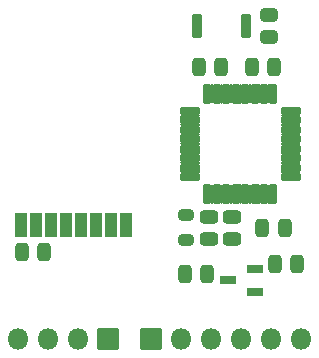
<source format=gbr>
G04 #@! TF.GenerationSoftware,KiCad,Pcbnew,(6.0.11)*
G04 #@! TF.CreationDate,2023-02-14T01:06:37+01:00*
G04 #@! TF.ProjectId,atmega328p-au--e01c-ml01s--bme280--cr2032,61746d65-6761-4333-9238-702d61752d2d,rev?*
G04 #@! TF.SameCoordinates,Original*
G04 #@! TF.FileFunction,Soldermask,Top*
G04 #@! TF.FilePolarity,Negative*
%FSLAX46Y46*%
G04 Gerber Fmt 4.6, Leading zero omitted, Abs format (unit mm)*
G04 Created by KiCad (PCBNEW (6.0.11)) date 2023-02-14 01:06:37*
%MOMM*%
%LPD*%
G01*
G04 APERTURE LIST*
G04 Aperture macros list*
%AMRoundRect*
0 Rectangle with rounded corners*
0 $1 Rounding radius*
0 $2 $3 $4 $5 $6 $7 $8 $9 X,Y pos of 4 corners*
0 Add a 4 corners polygon primitive as box body*
4,1,4,$2,$3,$4,$5,$6,$7,$8,$9,$2,$3,0*
0 Add four circle primitives for the rounded corners*
1,1,$1+$1,$2,$3*
1,1,$1+$1,$4,$5*
1,1,$1+$1,$6,$7*
1,1,$1+$1,$8,$9*
0 Add four rect primitives between the rounded corners*
20,1,$1+$1,$2,$3,$4,$5,0*
20,1,$1+$1,$4,$5,$6,$7,0*
20,1,$1+$1,$6,$7,$8,$9,0*
20,1,$1+$1,$8,$9,$2,$3,0*%
G04 Aperture macros list end*
%ADD10RoundRect,0.301000X-0.250000X-0.475000X0.250000X-0.475000X0.250000X0.475000X-0.250000X0.475000X0*%
%ADD11RoundRect,0.301000X0.250000X0.475000X-0.250000X0.475000X-0.250000X-0.475000X0.250000X-0.475000X0*%
%ADD12RoundRect,0.201000X0.512500X0.150000X-0.512500X0.150000X-0.512500X-0.150000X0.512500X-0.150000X0*%
%ADD13RoundRect,0.269750X0.381250X-0.218750X0.381250X0.218750X-0.381250X0.218750X-0.381250X-0.218750X0*%
%ADD14RoundRect,0.301000X-0.475000X0.250000X-0.475000X-0.250000X0.475000X-0.250000X0.475000X0.250000X0*%
%ADD15RoundRect,0.051000X0.450000X1.000000X-0.450000X1.000000X-0.450000X-1.000000X0.450000X-1.000000X0*%
%ADD16RoundRect,0.051000X-0.850000X0.850000X-0.850000X-0.850000X0.850000X-0.850000X0.850000X0.850000X0*%
%ADD17O,1.802000X1.802000*%
%ADD18RoundRect,0.251000X0.200000X0.800000X-0.200000X0.800000X-0.200000X-0.800000X0.200000X-0.800000X0*%
%ADD19RoundRect,0.051000X0.850000X-0.850000X0.850000X0.850000X-0.850000X0.850000X-0.850000X-0.850000X0*%
%ADD20RoundRect,0.051000X-0.275000X0.800000X-0.275000X-0.800000X0.275000X-0.800000X0.275000X0.800000X0*%
%ADD21RoundRect,0.051000X-0.800000X-0.275000X0.800000X-0.275000X0.800000X0.275000X-0.800000X0.275000X0*%
%ADD22RoundRect,0.301000X0.450000X-0.262500X0.450000X0.262500X-0.450000X0.262500X-0.450000X-0.262500X0*%
G04 APERTURE END LIST*
D10*
X111023000Y-85095000D03*
X112923000Y-85095000D03*
D11*
X120523000Y-84295000D03*
X118623000Y-84295000D03*
D12*
X116923000Y-86595000D03*
X116923000Y-84695000D03*
X114648000Y-85645000D03*
D13*
X111123000Y-80132500D03*
X111123000Y-82257500D03*
D14*
X113023000Y-82145000D03*
X113023000Y-80245000D03*
X115023000Y-82145000D03*
X115023000Y-80245000D03*
D11*
X114073000Y-67595000D03*
X112173000Y-67595000D03*
D15*
X106063000Y-80995000D03*
X104793000Y-80995000D03*
X103523000Y-80995000D03*
X102253000Y-80995000D03*
X100983000Y-80995000D03*
X99713000Y-80995000D03*
X98443000Y-80995000D03*
X97173000Y-80995000D03*
D16*
X104523000Y-90595000D03*
D17*
X101983000Y-90595000D03*
X99443000Y-90595000D03*
X96903000Y-90595000D03*
D10*
X119473000Y-81195000D03*
X117573000Y-81195000D03*
D11*
X97217214Y-83215336D03*
X99117214Y-83215336D03*
D18*
X116223000Y-64095000D03*
X112023000Y-64095000D03*
D17*
X120865733Y-90595000D03*
X118325733Y-90595000D03*
X115785733Y-90595000D03*
X113245733Y-90595000D03*
X110705733Y-90595000D03*
D19*
X108165733Y-90595000D03*
D10*
X116673000Y-67595000D03*
X118573000Y-67595000D03*
D20*
X118512733Y-69845000D03*
X117712733Y-69845000D03*
X116912733Y-69845000D03*
X116112733Y-69845000D03*
X115312733Y-69845000D03*
X114512733Y-69845000D03*
X113712733Y-69845000D03*
X112912733Y-69845000D03*
D21*
X111462733Y-71295000D03*
X111462733Y-72095000D03*
X111462733Y-72895000D03*
X111462733Y-73695000D03*
X111462733Y-74495000D03*
X111462733Y-75295000D03*
X111462733Y-76095000D03*
X111462733Y-76895000D03*
D20*
X112912733Y-78345000D03*
X113712733Y-78345000D03*
X114512733Y-78345000D03*
X115312733Y-78345000D03*
X116112733Y-78345000D03*
X116912733Y-78345000D03*
X117712733Y-78345000D03*
X118512733Y-78345000D03*
D21*
X119962733Y-76895000D03*
X119962733Y-76095000D03*
X119962733Y-75295000D03*
X119962733Y-74495000D03*
X119962733Y-73695000D03*
X119962733Y-72895000D03*
X119962733Y-72095000D03*
X119962733Y-71295000D03*
D22*
X118123000Y-65007500D03*
X118123000Y-63182500D03*
G36*
X114828393Y-77512493D02*
G01*
X114842185Y-77521709D01*
X114843348Y-77519969D01*
X114845142Y-77519084D01*
X114846293Y-77519545D01*
X114863685Y-77534078D01*
X114932403Y-77542704D01*
X114980021Y-77519918D01*
X114982015Y-77520072D01*
X114982547Y-77520611D01*
X114983281Y-77521709D01*
X114997073Y-77512493D01*
X114999069Y-77512362D01*
X115000180Y-77514025D01*
X114999847Y-77515267D01*
X114992500Y-77526262D01*
X114988733Y-77545199D01*
X114988733Y-79144801D01*
X114992500Y-79163738D01*
X114999847Y-79174733D01*
X114999978Y-79176729D01*
X114998315Y-79177840D01*
X114997073Y-79177507D01*
X114983281Y-79168291D01*
X114982118Y-79170031D01*
X114980324Y-79170916D01*
X114979173Y-79170455D01*
X114961781Y-79155922D01*
X114893063Y-79147296D01*
X114845445Y-79170082D01*
X114843451Y-79169928D01*
X114842919Y-79169389D01*
X114842185Y-79168291D01*
X114828393Y-79177507D01*
X114826397Y-79177638D01*
X114825286Y-79175975D01*
X114825619Y-79174733D01*
X114832966Y-79163738D01*
X114836733Y-79144801D01*
X114836733Y-77545199D01*
X114832966Y-77526262D01*
X114825619Y-77515267D01*
X114825488Y-77513271D01*
X114827151Y-77512160D01*
X114828393Y-77512493D01*
G37*
G36*
X117228393Y-77512493D02*
G01*
X117242185Y-77521709D01*
X117243348Y-77519969D01*
X117245142Y-77519084D01*
X117246293Y-77519545D01*
X117263685Y-77534078D01*
X117332403Y-77542704D01*
X117380021Y-77519918D01*
X117382015Y-77520072D01*
X117382547Y-77520611D01*
X117383281Y-77521709D01*
X117397073Y-77512493D01*
X117399069Y-77512362D01*
X117400180Y-77514025D01*
X117399847Y-77515267D01*
X117392500Y-77526262D01*
X117388733Y-77545199D01*
X117388733Y-79144801D01*
X117392500Y-79163738D01*
X117399847Y-79174733D01*
X117399978Y-79176729D01*
X117398315Y-79177840D01*
X117397073Y-79177507D01*
X117383281Y-79168291D01*
X117382118Y-79170031D01*
X117380324Y-79170916D01*
X117379173Y-79170455D01*
X117361781Y-79155922D01*
X117293063Y-79147296D01*
X117245445Y-79170082D01*
X117243451Y-79169928D01*
X117242919Y-79169389D01*
X117242185Y-79168291D01*
X117228393Y-79177507D01*
X117226397Y-79177638D01*
X117225286Y-79175975D01*
X117225619Y-79174733D01*
X117232966Y-79163738D01*
X117236733Y-79144801D01*
X117236733Y-77545199D01*
X117232966Y-77526262D01*
X117225619Y-77515267D01*
X117225488Y-77513271D01*
X117227151Y-77512160D01*
X117228393Y-77512493D01*
G37*
G36*
X114028393Y-77512493D02*
G01*
X114042185Y-77521709D01*
X114043348Y-77519969D01*
X114045142Y-77519084D01*
X114046293Y-77519545D01*
X114063685Y-77534078D01*
X114132403Y-77542704D01*
X114180021Y-77519918D01*
X114182015Y-77520072D01*
X114182547Y-77520611D01*
X114183281Y-77521709D01*
X114197073Y-77512493D01*
X114199069Y-77512362D01*
X114200180Y-77514025D01*
X114199847Y-77515267D01*
X114192500Y-77526262D01*
X114188733Y-77545199D01*
X114188733Y-79144801D01*
X114192500Y-79163738D01*
X114199847Y-79174733D01*
X114199978Y-79176729D01*
X114198315Y-79177840D01*
X114197073Y-79177507D01*
X114183281Y-79168291D01*
X114182118Y-79170031D01*
X114180324Y-79170916D01*
X114179173Y-79170455D01*
X114161781Y-79155922D01*
X114093063Y-79147296D01*
X114045445Y-79170082D01*
X114043451Y-79169928D01*
X114042919Y-79169389D01*
X114042185Y-79168291D01*
X114028393Y-79177507D01*
X114026397Y-79177638D01*
X114025286Y-79175975D01*
X114025619Y-79174733D01*
X114032966Y-79163738D01*
X114036733Y-79144801D01*
X114036733Y-77545199D01*
X114032966Y-77526262D01*
X114025619Y-77515267D01*
X114025488Y-77513271D01*
X114027151Y-77512160D01*
X114028393Y-77512493D01*
G37*
G36*
X116428393Y-77512493D02*
G01*
X116442185Y-77521709D01*
X116443348Y-77519969D01*
X116445142Y-77519084D01*
X116446293Y-77519545D01*
X116463685Y-77534078D01*
X116532403Y-77542704D01*
X116580021Y-77519918D01*
X116582015Y-77520072D01*
X116582547Y-77520611D01*
X116583281Y-77521709D01*
X116597073Y-77512493D01*
X116599069Y-77512362D01*
X116600180Y-77514025D01*
X116599847Y-77515267D01*
X116592500Y-77526262D01*
X116588733Y-77545199D01*
X116588733Y-79144801D01*
X116592500Y-79163738D01*
X116599847Y-79174733D01*
X116599978Y-79176729D01*
X116598315Y-79177840D01*
X116597073Y-79177507D01*
X116583281Y-79168291D01*
X116582118Y-79170031D01*
X116580324Y-79170916D01*
X116579173Y-79170455D01*
X116561781Y-79155922D01*
X116493063Y-79147296D01*
X116445445Y-79170082D01*
X116443451Y-79169928D01*
X116442919Y-79169389D01*
X116442185Y-79168291D01*
X116428393Y-79177507D01*
X116426397Y-79177638D01*
X116425286Y-79175975D01*
X116425619Y-79174733D01*
X116432966Y-79163738D01*
X116436733Y-79144801D01*
X116436733Y-77545199D01*
X116432966Y-77526262D01*
X116425619Y-77515267D01*
X116425488Y-77513271D01*
X116427151Y-77512160D01*
X116428393Y-77512493D01*
G37*
G36*
X118028393Y-77512493D02*
G01*
X118042185Y-77521709D01*
X118043348Y-77519969D01*
X118045142Y-77519084D01*
X118046293Y-77519545D01*
X118063685Y-77534078D01*
X118132403Y-77542704D01*
X118180021Y-77519918D01*
X118182015Y-77520072D01*
X118182547Y-77520611D01*
X118183281Y-77521709D01*
X118197073Y-77512493D01*
X118199069Y-77512362D01*
X118200180Y-77514025D01*
X118199847Y-77515267D01*
X118192500Y-77526262D01*
X118188733Y-77545199D01*
X118188733Y-79144801D01*
X118192500Y-79163738D01*
X118199847Y-79174733D01*
X118199978Y-79176729D01*
X118198315Y-79177840D01*
X118197073Y-79177507D01*
X118183281Y-79168291D01*
X118182118Y-79170031D01*
X118180324Y-79170916D01*
X118179173Y-79170455D01*
X118161781Y-79155922D01*
X118093063Y-79147296D01*
X118045445Y-79170082D01*
X118043451Y-79169928D01*
X118042919Y-79169389D01*
X118042185Y-79168291D01*
X118028393Y-79177507D01*
X118026397Y-79177638D01*
X118025286Y-79175975D01*
X118025619Y-79174733D01*
X118032966Y-79163738D01*
X118036733Y-79144801D01*
X118036733Y-77545199D01*
X118032966Y-77526262D01*
X118025619Y-77515267D01*
X118025488Y-77513271D01*
X118027151Y-77512160D01*
X118028393Y-77512493D01*
G37*
G36*
X115628393Y-77512493D02*
G01*
X115642185Y-77521709D01*
X115643348Y-77519969D01*
X115645142Y-77519084D01*
X115646293Y-77519545D01*
X115663685Y-77534078D01*
X115732403Y-77542704D01*
X115780021Y-77519918D01*
X115782015Y-77520072D01*
X115782547Y-77520611D01*
X115783281Y-77521709D01*
X115797073Y-77512493D01*
X115799069Y-77512362D01*
X115800180Y-77514025D01*
X115799847Y-77515267D01*
X115792500Y-77526262D01*
X115788733Y-77545199D01*
X115788733Y-79144801D01*
X115792500Y-79163738D01*
X115799847Y-79174733D01*
X115799978Y-79176729D01*
X115798315Y-79177840D01*
X115797073Y-79177507D01*
X115783281Y-79168291D01*
X115782118Y-79170031D01*
X115780324Y-79170916D01*
X115779173Y-79170455D01*
X115761781Y-79155922D01*
X115693063Y-79147296D01*
X115645445Y-79170082D01*
X115643451Y-79169928D01*
X115642919Y-79169389D01*
X115642185Y-79168291D01*
X115628393Y-79177507D01*
X115626397Y-79177638D01*
X115625286Y-79175975D01*
X115625619Y-79174733D01*
X115632966Y-79163738D01*
X115636733Y-79144801D01*
X115636733Y-77545199D01*
X115632966Y-77526262D01*
X115625619Y-77515267D01*
X115625488Y-77513271D01*
X115627151Y-77512160D01*
X115628393Y-77512493D01*
G37*
G36*
X113228393Y-77512493D02*
G01*
X113242185Y-77521709D01*
X113243348Y-77519969D01*
X113245142Y-77519084D01*
X113246293Y-77519545D01*
X113263685Y-77534078D01*
X113332403Y-77542704D01*
X113380021Y-77519918D01*
X113382015Y-77520072D01*
X113382547Y-77520611D01*
X113383281Y-77521709D01*
X113397073Y-77512493D01*
X113399069Y-77512362D01*
X113400180Y-77514025D01*
X113399847Y-77515267D01*
X113392500Y-77526262D01*
X113388733Y-77545199D01*
X113388733Y-79144801D01*
X113392500Y-79163738D01*
X113399847Y-79174733D01*
X113399978Y-79176729D01*
X113398315Y-79177840D01*
X113397073Y-79177507D01*
X113383281Y-79168291D01*
X113382118Y-79170031D01*
X113380324Y-79170916D01*
X113379173Y-79170455D01*
X113361781Y-79155922D01*
X113293063Y-79147296D01*
X113245445Y-79170082D01*
X113243451Y-79169928D01*
X113242919Y-79169389D01*
X113242185Y-79168291D01*
X113228393Y-79177507D01*
X113226397Y-79177638D01*
X113225286Y-79175975D01*
X113225619Y-79174733D01*
X113232966Y-79163738D01*
X113236733Y-79144801D01*
X113236733Y-77545199D01*
X113232966Y-77526262D01*
X113225619Y-77515267D01*
X113225488Y-77513271D01*
X113227151Y-77512160D01*
X113228393Y-77512493D01*
G37*
G36*
X119133000Y-76407886D02*
G01*
X119143995Y-76415233D01*
X119162932Y-76419000D01*
X120762534Y-76419000D01*
X120781471Y-76415233D01*
X120792466Y-76407886D01*
X120794462Y-76407755D01*
X120795573Y-76409418D01*
X120795240Y-76410660D01*
X120786024Y-76424452D01*
X120787764Y-76425615D01*
X120788649Y-76427409D01*
X120788188Y-76428560D01*
X120773655Y-76445952D01*
X120765029Y-76514670D01*
X120787815Y-76562288D01*
X120787661Y-76564282D01*
X120787122Y-76564814D01*
X120786024Y-76565548D01*
X120795240Y-76579340D01*
X120795371Y-76581336D01*
X120793708Y-76582447D01*
X120792466Y-76582114D01*
X120781471Y-76574767D01*
X120762534Y-76571000D01*
X119162932Y-76571000D01*
X119143995Y-76574767D01*
X119133000Y-76582114D01*
X119131004Y-76582245D01*
X119129893Y-76580582D01*
X119130226Y-76579340D01*
X119139442Y-76565548D01*
X119137702Y-76564385D01*
X119136817Y-76562591D01*
X119137278Y-76561440D01*
X119151811Y-76544048D01*
X119160437Y-76475330D01*
X119137651Y-76427712D01*
X119137805Y-76425718D01*
X119138344Y-76425186D01*
X119139442Y-76424452D01*
X119130226Y-76410660D01*
X119130095Y-76408664D01*
X119131758Y-76407553D01*
X119133000Y-76407886D01*
G37*
G36*
X110633000Y-76407886D02*
G01*
X110643995Y-76415233D01*
X110662932Y-76419000D01*
X112262534Y-76419000D01*
X112281471Y-76415233D01*
X112292466Y-76407886D01*
X112294462Y-76407755D01*
X112295573Y-76409418D01*
X112295240Y-76410660D01*
X112286024Y-76424452D01*
X112287764Y-76425615D01*
X112288649Y-76427409D01*
X112288188Y-76428560D01*
X112273655Y-76445952D01*
X112265029Y-76514670D01*
X112287815Y-76562288D01*
X112287661Y-76564282D01*
X112287122Y-76564814D01*
X112286024Y-76565548D01*
X112295240Y-76579340D01*
X112295371Y-76581336D01*
X112293708Y-76582447D01*
X112292466Y-76582114D01*
X112281471Y-76574767D01*
X112262534Y-76571000D01*
X110662932Y-76571000D01*
X110643995Y-76574767D01*
X110633000Y-76582114D01*
X110631004Y-76582245D01*
X110629893Y-76580582D01*
X110630226Y-76579340D01*
X110639442Y-76565548D01*
X110637702Y-76564385D01*
X110636817Y-76562591D01*
X110637278Y-76561440D01*
X110651811Y-76544048D01*
X110660437Y-76475330D01*
X110637651Y-76427712D01*
X110637805Y-76425718D01*
X110638344Y-76425186D01*
X110639442Y-76424452D01*
X110630226Y-76410660D01*
X110630095Y-76408664D01*
X110631758Y-76407553D01*
X110633000Y-76407886D01*
G37*
G36*
X119133000Y-75607886D02*
G01*
X119143995Y-75615233D01*
X119162932Y-75619000D01*
X120762534Y-75619000D01*
X120781471Y-75615233D01*
X120792466Y-75607886D01*
X120794462Y-75607755D01*
X120795573Y-75609418D01*
X120795240Y-75610660D01*
X120786024Y-75624452D01*
X120787764Y-75625615D01*
X120788649Y-75627409D01*
X120788188Y-75628560D01*
X120773655Y-75645952D01*
X120765029Y-75714670D01*
X120787815Y-75762288D01*
X120787661Y-75764282D01*
X120787122Y-75764814D01*
X120786024Y-75765548D01*
X120795240Y-75779340D01*
X120795371Y-75781336D01*
X120793708Y-75782447D01*
X120792466Y-75782114D01*
X120781471Y-75774767D01*
X120762534Y-75771000D01*
X119162932Y-75771000D01*
X119143995Y-75774767D01*
X119133000Y-75782114D01*
X119131004Y-75782245D01*
X119129893Y-75780582D01*
X119130226Y-75779340D01*
X119139442Y-75765548D01*
X119137702Y-75764385D01*
X119136817Y-75762591D01*
X119137278Y-75761440D01*
X119151811Y-75744048D01*
X119160437Y-75675330D01*
X119137651Y-75627712D01*
X119137805Y-75625718D01*
X119138344Y-75625186D01*
X119139442Y-75624452D01*
X119130226Y-75610660D01*
X119130095Y-75608664D01*
X119131758Y-75607553D01*
X119133000Y-75607886D01*
G37*
G36*
X110633000Y-75607886D02*
G01*
X110643995Y-75615233D01*
X110662932Y-75619000D01*
X112262534Y-75619000D01*
X112281471Y-75615233D01*
X112292466Y-75607886D01*
X112294462Y-75607755D01*
X112295573Y-75609418D01*
X112295240Y-75610660D01*
X112286024Y-75624452D01*
X112287764Y-75625615D01*
X112288649Y-75627409D01*
X112288188Y-75628560D01*
X112273655Y-75645952D01*
X112265029Y-75714670D01*
X112287815Y-75762288D01*
X112287661Y-75764282D01*
X112287122Y-75764814D01*
X112286024Y-75765548D01*
X112295240Y-75779340D01*
X112295371Y-75781336D01*
X112293708Y-75782447D01*
X112292466Y-75782114D01*
X112281471Y-75774767D01*
X112262534Y-75771000D01*
X110662932Y-75771000D01*
X110643995Y-75774767D01*
X110633000Y-75782114D01*
X110631004Y-75782245D01*
X110629893Y-75780582D01*
X110630226Y-75779340D01*
X110639442Y-75765548D01*
X110637702Y-75764385D01*
X110636817Y-75762591D01*
X110637278Y-75761440D01*
X110651811Y-75744048D01*
X110660437Y-75675330D01*
X110637651Y-75627712D01*
X110637805Y-75625718D01*
X110638344Y-75625186D01*
X110639442Y-75624452D01*
X110630226Y-75610660D01*
X110630095Y-75608664D01*
X110631758Y-75607553D01*
X110633000Y-75607886D01*
G37*
G36*
X119133000Y-74807886D02*
G01*
X119143995Y-74815233D01*
X119162932Y-74819000D01*
X120762534Y-74819000D01*
X120781471Y-74815233D01*
X120792466Y-74807886D01*
X120794462Y-74807755D01*
X120795573Y-74809418D01*
X120795240Y-74810660D01*
X120786024Y-74824452D01*
X120787764Y-74825615D01*
X120788649Y-74827409D01*
X120788188Y-74828560D01*
X120773655Y-74845952D01*
X120765029Y-74914670D01*
X120787815Y-74962288D01*
X120787661Y-74964282D01*
X120787122Y-74964814D01*
X120786024Y-74965548D01*
X120795240Y-74979340D01*
X120795371Y-74981336D01*
X120793708Y-74982447D01*
X120792466Y-74982114D01*
X120781471Y-74974767D01*
X120762534Y-74971000D01*
X119162932Y-74971000D01*
X119143995Y-74974767D01*
X119133000Y-74982114D01*
X119131004Y-74982245D01*
X119129893Y-74980582D01*
X119130226Y-74979340D01*
X119139442Y-74965548D01*
X119137702Y-74964385D01*
X119136817Y-74962591D01*
X119137278Y-74961440D01*
X119151811Y-74944048D01*
X119160437Y-74875330D01*
X119137651Y-74827712D01*
X119137805Y-74825718D01*
X119138344Y-74825186D01*
X119139442Y-74824452D01*
X119130226Y-74810660D01*
X119130095Y-74808664D01*
X119131758Y-74807553D01*
X119133000Y-74807886D01*
G37*
G36*
X110633000Y-74807886D02*
G01*
X110643995Y-74815233D01*
X110662932Y-74819000D01*
X112262534Y-74819000D01*
X112281471Y-74815233D01*
X112292466Y-74807886D01*
X112294462Y-74807755D01*
X112295573Y-74809418D01*
X112295240Y-74810660D01*
X112286024Y-74824452D01*
X112287764Y-74825615D01*
X112288649Y-74827409D01*
X112288188Y-74828560D01*
X112273655Y-74845952D01*
X112265029Y-74914670D01*
X112287815Y-74962288D01*
X112287661Y-74964282D01*
X112287122Y-74964814D01*
X112286024Y-74965548D01*
X112295240Y-74979340D01*
X112295371Y-74981336D01*
X112293708Y-74982447D01*
X112292466Y-74982114D01*
X112281471Y-74974767D01*
X112262534Y-74971000D01*
X110662932Y-74971000D01*
X110643995Y-74974767D01*
X110633000Y-74982114D01*
X110631004Y-74982245D01*
X110629893Y-74980582D01*
X110630226Y-74979340D01*
X110639442Y-74965548D01*
X110637702Y-74964385D01*
X110636817Y-74962591D01*
X110637278Y-74961440D01*
X110651811Y-74944048D01*
X110660437Y-74875330D01*
X110637651Y-74827712D01*
X110637805Y-74825718D01*
X110638344Y-74825186D01*
X110639442Y-74824452D01*
X110630226Y-74810660D01*
X110630095Y-74808664D01*
X110631758Y-74807553D01*
X110633000Y-74807886D01*
G37*
G36*
X110633000Y-74007886D02*
G01*
X110643995Y-74015233D01*
X110662932Y-74019000D01*
X112262534Y-74019000D01*
X112281471Y-74015233D01*
X112292466Y-74007886D01*
X112294462Y-74007755D01*
X112295573Y-74009418D01*
X112295240Y-74010660D01*
X112286024Y-74024452D01*
X112287764Y-74025615D01*
X112288649Y-74027409D01*
X112288188Y-74028560D01*
X112273655Y-74045952D01*
X112265029Y-74114670D01*
X112287815Y-74162288D01*
X112287661Y-74164282D01*
X112287122Y-74164814D01*
X112286024Y-74165548D01*
X112295240Y-74179340D01*
X112295371Y-74181336D01*
X112293708Y-74182447D01*
X112292466Y-74182114D01*
X112281471Y-74174767D01*
X112262534Y-74171000D01*
X110662932Y-74171000D01*
X110643995Y-74174767D01*
X110633000Y-74182114D01*
X110631004Y-74182245D01*
X110629893Y-74180582D01*
X110630226Y-74179340D01*
X110639442Y-74165548D01*
X110637702Y-74164385D01*
X110636817Y-74162591D01*
X110637278Y-74161440D01*
X110651811Y-74144048D01*
X110660437Y-74075330D01*
X110637651Y-74027712D01*
X110637805Y-74025718D01*
X110638344Y-74025186D01*
X110639442Y-74024452D01*
X110630226Y-74010660D01*
X110630095Y-74008664D01*
X110631758Y-74007553D01*
X110633000Y-74007886D01*
G37*
G36*
X119133000Y-74007886D02*
G01*
X119143995Y-74015233D01*
X119162932Y-74019000D01*
X120762534Y-74019000D01*
X120781471Y-74015233D01*
X120792466Y-74007886D01*
X120794462Y-74007755D01*
X120795573Y-74009418D01*
X120795240Y-74010660D01*
X120786024Y-74024452D01*
X120787764Y-74025615D01*
X120788649Y-74027409D01*
X120788188Y-74028560D01*
X120773655Y-74045952D01*
X120765029Y-74114670D01*
X120787815Y-74162288D01*
X120787661Y-74164282D01*
X120787122Y-74164814D01*
X120786024Y-74165548D01*
X120795240Y-74179340D01*
X120795371Y-74181336D01*
X120793708Y-74182447D01*
X120792466Y-74182114D01*
X120781471Y-74174767D01*
X120762534Y-74171000D01*
X119162932Y-74171000D01*
X119143995Y-74174767D01*
X119133000Y-74182114D01*
X119131004Y-74182245D01*
X119129893Y-74180582D01*
X119130226Y-74179340D01*
X119139442Y-74165548D01*
X119137702Y-74164385D01*
X119136817Y-74162591D01*
X119137278Y-74161440D01*
X119151811Y-74144048D01*
X119160437Y-74075330D01*
X119137651Y-74027712D01*
X119137805Y-74025718D01*
X119138344Y-74025186D01*
X119139442Y-74024452D01*
X119130226Y-74010660D01*
X119130095Y-74008664D01*
X119131758Y-74007553D01*
X119133000Y-74007886D01*
G37*
G36*
X119133000Y-73207886D02*
G01*
X119143995Y-73215233D01*
X119162932Y-73219000D01*
X120762534Y-73219000D01*
X120781471Y-73215233D01*
X120792466Y-73207886D01*
X120794462Y-73207755D01*
X120795573Y-73209418D01*
X120795240Y-73210660D01*
X120786024Y-73224452D01*
X120787764Y-73225615D01*
X120788649Y-73227409D01*
X120788188Y-73228560D01*
X120773655Y-73245952D01*
X120765029Y-73314670D01*
X120787815Y-73362288D01*
X120787661Y-73364282D01*
X120787122Y-73364814D01*
X120786024Y-73365548D01*
X120795240Y-73379340D01*
X120795371Y-73381336D01*
X120793708Y-73382447D01*
X120792466Y-73382114D01*
X120781471Y-73374767D01*
X120762534Y-73371000D01*
X119162932Y-73371000D01*
X119143995Y-73374767D01*
X119133000Y-73382114D01*
X119131004Y-73382245D01*
X119129893Y-73380582D01*
X119130226Y-73379340D01*
X119139442Y-73365548D01*
X119137702Y-73364385D01*
X119136817Y-73362591D01*
X119137278Y-73361440D01*
X119151811Y-73344048D01*
X119160437Y-73275330D01*
X119137651Y-73227712D01*
X119137805Y-73225718D01*
X119138344Y-73225186D01*
X119139442Y-73224452D01*
X119130226Y-73210660D01*
X119130095Y-73208664D01*
X119131758Y-73207553D01*
X119133000Y-73207886D01*
G37*
G36*
X110633000Y-73207886D02*
G01*
X110643995Y-73215233D01*
X110662932Y-73219000D01*
X112262534Y-73219000D01*
X112281471Y-73215233D01*
X112292466Y-73207886D01*
X112294462Y-73207755D01*
X112295573Y-73209418D01*
X112295240Y-73210660D01*
X112286024Y-73224452D01*
X112287764Y-73225615D01*
X112288649Y-73227409D01*
X112288188Y-73228560D01*
X112273655Y-73245952D01*
X112265029Y-73314670D01*
X112287815Y-73362288D01*
X112287661Y-73364282D01*
X112287122Y-73364814D01*
X112286024Y-73365548D01*
X112295240Y-73379340D01*
X112295371Y-73381336D01*
X112293708Y-73382447D01*
X112292466Y-73382114D01*
X112281471Y-73374767D01*
X112262534Y-73371000D01*
X110662932Y-73371000D01*
X110643995Y-73374767D01*
X110633000Y-73382114D01*
X110631004Y-73382245D01*
X110629893Y-73380582D01*
X110630226Y-73379340D01*
X110639442Y-73365548D01*
X110637702Y-73364385D01*
X110636817Y-73362591D01*
X110637278Y-73361440D01*
X110651811Y-73344048D01*
X110660437Y-73275330D01*
X110637651Y-73227712D01*
X110637805Y-73225718D01*
X110638344Y-73225186D01*
X110639442Y-73224452D01*
X110630226Y-73210660D01*
X110630095Y-73208664D01*
X110631758Y-73207553D01*
X110633000Y-73207886D01*
G37*
G36*
X119133000Y-72407886D02*
G01*
X119143995Y-72415233D01*
X119162932Y-72419000D01*
X120762534Y-72419000D01*
X120781471Y-72415233D01*
X120792466Y-72407886D01*
X120794462Y-72407755D01*
X120795573Y-72409418D01*
X120795240Y-72410660D01*
X120786024Y-72424452D01*
X120787764Y-72425615D01*
X120788649Y-72427409D01*
X120788188Y-72428560D01*
X120773655Y-72445952D01*
X120765029Y-72514670D01*
X120787815Y-72562288D01*
X120787661Y-72564282D01*
X120787122Y-72564814D01*
X120786024Y-72565548D01*
X120795240Y-72579340D01*
X120795371Y-72581336D01*
X120793708Y-72582447D01*
X120792466Y-72582114D01*
X120781471Y-72574767D01*
X120762534Y-72571000D01*
X119162932Y-72571000D01*
X119143995Y-72574767D01*
X119133000Y-72582114D01*
X119131004Y-72582245D01*
X119129893Y-72580582D01*
X119130226Y-72579340D01*
X119139442Y-72565548D01*
X119137702Y-72564385D01*
X119136817Y-72562591D01*
X119137278Y-72561440D01*
X119151811Y-72544048D01*
X119160437Y-72475330D01*
X119137651Y-72427712D01*
X119137805Y-72425718D01*
X119138344Y-72425186D01*
X119139442Y-72424452D01*
X119130226Y-72410660D01*
X119130095Y-72408664D01*
X119131758Y-72407553D01*
X119133000Y-72407886D01*
G37*
G36*
X110633000Y-72407886D02*
G01*
X110643995Y-72415233D01*
X110662932Y-72419000D01*
X112262534Y-72419000D01*
X112281471Y-72415233D01*
X112292466Y-72407886D01*
X112294462Y-72407755D01*
X112295573Y-72409418D01*
X112295240Y-72410660D01*
X112286024Y-72424452D01*
X112287764Y-72425615D01*
X112288649Y-72427409D01*
X112288188Y-72428560D01*
X112273655Y-72445952D01*
X112265029Y-72514670D01*
X112287815Y-72562288D01*
X112287661Y-72564282D01*
X112287122Y-72564814D01*
X112286024Y-72565548D01*
X112295240Y-72579340D01*
X112295371Y-72581336D01*
X112293708Y-72582447D01*
X112292466Y-72582114D01*
X112281471Y-72574767D01*
X112262534Y-72571000D01*
X110662932Y-72571000D01*
X110643995Y-72574767D01*
X110633000Y-72582114D01*
X110631004Y-72582245D01*
X110629893Y-72580582D01*
X110630226Y-72579340D01*
X110639442Y-72565548D01*
X110637702Y-72564385D01*
X110636817Y-72562591D01*
X110637278Y-72561440D01*
X110651811Y-72544048D01*
X110660437Y-72475330D01*
X110637651Y-72427712D01*
X110637805Y-72425718D01*
X110638344Y-72425186D01*
X110639442Y-72424452D01*
X110630226Y-72410660D01*
X110630095Y-72408664D01*
X110631758Y-72407553D01*
X110633000Y-72407886D01*
G37*
G36*
X119133000Y-71607886D02*
G01*
X119143995Y-71615233D01*
X119162932Y-71619000D01*
X120762534Y-71619000D01*
X120781471Y-71615233D01*
X120792466Y-71607886D01*
X120794462Y-71607755D01*
X120795573Y-71609418D01*
X120795240Y-71610660D01*
X120786024Y-71624452D01*
X120787764Y-71625615D01*
X120788649Y-71627409D01*
X120788188Y-71628560D01*
X120773655Y-71645952D01*
X120765029Y-71714670D01*
X120787815Y-71762288D01*
X120787661Y-71764282D01*
X120787122Y-71764814D01*
X120786024Y-71765548D01*
X120795240Y-71779340D01*
X120795371Y-71781336D01*
X120793708Y-71782447D01*
X120792466Y-71782114D01*
X120781471Y-71774767D01*
X120762534Y-71771000D01*
X119162932Y-71771000D01*
X119143995Y-71774767D01*
X119133000Y-71782114D01*
X119131004Y-71782245D01*
X119129893Y-71780582D01*
X119130226Y-71779340D01*
X119139442Y-71765548D01*
X119137702Y-71764385D01*
X119136817Y-71762591D01*
X119137278Y-71761440D01*
X119151811Y-71744048D01*
X119160437Y-71675330D01*
X119137651Y-71627712D01*
X119137805Y-71625718D01*
X119138344Y-71625186D01*
X119139442Y-71624452D01*
X119130226Y-71610660D01*
X119130095Y-71608664D01*
X119131758Y-71607553D01*
X119133000Y-71607886D01*
G37*
G36*
X110633000Y-71607886D02*
G01*
X110643995Y-71615233D01*
X110662932Y-71619000D01*
X112262534Y-71619000D01*
X112281471Y-71615233D01*
X112292466Y-71607886D01*
X112294462Y-71607755D01*
X112295573Y-71609418D01*
X112295240Y-71610660D01*
X112286024Y-71624452D01*
X112287764Y-71625615D01*
X112288649Y-71627409D01*
X112288188Y-71628560D01*
X112273655Y-71645952D01*
X112265029Y-71714670D01*
X112287815Y-71762288D01*
X112287661Y-71764282D01*
X112287122Y-71764814D01*
X112286024Y-71765548D01*
X112295240Y-71779340D01*
X112295371Y-71781336D01*
X112293708Y-71782447D01*
X112292466Y-71782114D01*
X112281471Y-71774767D01*
X112262534Y-71771000D01*
X110662932Y-71771000D01*
X110643995Y-71774767D01*
X110633000Y-71782114D01*
X110631004Y-71782245D01*
X110629893Y-71780582D01*
X110630226Y-71779340D01*
X110639442Y-71765548D01*
X110637702Y-71764385D01*
X110636817Y-71762591D01*
X110637278Y-71761440D01*
X110651811Y-71744048D01*
X110660437Y-71675330D01*
X110637651Y-71627712D01*
X110637805Y-71625718D01*
X110638344Y-71625186D01*
X110639442Y-71624452D01*
X110630226Y-71610660D01*
X110630095Y-71608664D01*
X110631758Y-71607553D01*
X110633000Y-71607886D01*
G37*
G36*
X113228393Y-69012493D02*
G01*
X113242185Y-69021709D01*
X113243348Y-69019969D01*
X113245142Y-69019084D01*
X113246293Y-69019545D01*
X113263685Y-69034078D01*
X113332403Y-69042704D01*
X113380021Y-69019918D01*
X113382015Y-69020072D01*
X113382547Y-69020611D01*
X113383281Y-69021709D01*
X113397073Y-69012493D01*
X113399069Y-69012362D01*
X113400180Y-69014025D01*
X113399847Y-69015267D01*
X113392500Y-69026262D01*
X113388733Y-69045199D01*
X113388733Y-70644801D01*
X113392500Y-70663738D01*
X113399847Y-70674733D01*
X113399978Y-70676729D01*
X113398315Y-70677840D01*
X113397073Y-70677507D01*
X113383281Y-70668291D01*
X113382118Y-70670031D01*
X113380324Y-70670916D01*
X113379173Y-70670455D01*
X113361781Y-70655922D01*
X113293063Y-70647296D01*
X113245445Y-70670082D01*
X113243451Y-70669928D01*
X113242919Y-70669389D01*
X113242185Y-70668291D01*
X113228393Y-70677507D01*
X113226397Y-70677638D01*
X113225286Y-70675975D01*
X113225619Y-70674733D01*
X113232966Y-70663738D01*
X113236733Y-70644801D01*
X113236733Y-69045199D01*
X113232966Y-69026262D01*
X113225619Y-69015267D01*
X113225488Y-69013271D01*
X113227151Y-69012160D01*
X113228393Y-69012493D01*
G37*
G36*
X114828393Y-69012493D02*
G01*
X114842185Y-69021709D01*
X114843348Y-69019969D01*
X114845142Y-69019084D01*
X114846293Y-69019545D01*
X114863685Y-69034078D01*
X114932403Y-69042704D01*
X114980021Y-69019918D01*
X114982015Y-69020072D01*
X114982547Y-69020611D01*
X114983281Y-69021709D01*
X114997073Y-69012493D01*
X114999069Y-69012362D01*
X115000180Y-69014025D01*
X114999847Y-69015267D01*
X114992500Y-69026262D01*
X114988733Y-69045199D01*
X114988733Y-70644801D01*
X114992500Y-70663738D01*
X114999847Y-70674733D01*
X114999978Y-70676729D01*
X114998315Y-70677840D01*
X114997073Y-70677507D01*
X114983281Y-70668291D01*
X114982118Y-70670031D01*
X114980324Y-70670916D01*
X114979173Y-70670455D01*
X114961781Y-70655922D01*
X114893063Y-70647296D01*
X114845445Y-70670082D01*
X114843451Y-70669928D01*
X114842919Y-70669389D01*
X114842185Y-70668291D01*
X114828393Y-70677507D01*
X114826397Y-70677638D01*
X114825286Y-70675975D01*
X114825619Y-70674733D01*
X114832966Y-70663738D01*
X114836733Y-70644801D01*
X114836733Y-69045199D01*
X114832966Y-69026262D01*
X114825619Y-69015267D01*
X114825488Y-69013271D01*
X114827151Y-69012160D01*
X114828393Y-69012493D01*
G37*
G36*
X118028393Y-69012493D02*
G01*
X118042185Y-69021709D01*
X118043348Y-69019969D01*
X118045142Y-69019084D01*
X118046293Y-69019545D01*
X118063685Y-69034078D01*
X118132403Y-69042704D01*
X118180021Y-69019918D01*
X118182015Y-69020072D01*
X118182547Y-69020611D01*
X118183281Y-69021709D01*
X118197073Y-69012493D01*
X118199069Y-69012362D01*
X118200180Y-69014025D01*
X118199847Y-69015267D01*
X118192500Y-69026262D01*
X118188733Y-69045199D01*
X118188733Y-70644801D01*
X118192500Y-70663738D01*
X118199847Y-70674733D01*
X118199978Y-70676729D01*
X118198315Y-70677840D01*
X118197073Y-70677507D01*
X118183281Y-70668291D01*
X118182118Y-70670031D01*
X118180324Y-70670916D01*
X118179173Y-70670455D01*
X118161781Y-70655922D01*
X118093063Y-70647296D01*
X118045445Y-70670082D01*
X118043451Y-70669928D01*
X118042919Y-70669389D01*
X118042185Y-70668291D01*
X118028393Y-70677507D01*
X118026397Y-70677638D01*
X118025286Y-70675975D01*
X118025619Y-70674733D01*
X118032966Y-70663738D01*
X118036733Y-70644801D01*
X118036733Y-69045199D01*
X118032966Y-69026262D01*
X118025619Y-69015267D01*
X118025488Y-69013271D01*
X118027151Y-69012160D01*
X118028393Y-69012493D01*
G37*
G36*
X117228393Y-69012493D02*
G01*
X117242185Y-69021709D01*
X117243348Y-69019969D01*
X117245142Y-69019084D01*
X117246293Y-69019545D01*
X117263685Y-69034078D01*
X117332403Y-69042704D01*
X117380021Y-69019918D01*
X117382015Y-69020072D01*
X117382547Y-69020611D01*
X117383281Y-69021709D01*
X117397073Y-69012493D01*
X117399069Y-69012362D01*
X117400180Y-69014025D01*
X117399847Y-69015267D01*
X117392500Y-69026262D01*
X117388733Y-69045199D01*
X117388733Y-70644801D01*
X117392500Y-70663738D01*
X117399847Y-70674733D01*
X117399978Y-70676729D01*
X117398315Y-70677840D01*
X117397073Y-70677507D01*
X117383281Y-70668291D01*
X117382118Y-70670031D01*
X117380324Y-70670916D01*
X117379173Y-70670455D01*
X117361781Y-70655922D01*
X117293063Y-70647296D01*
X117245445Y-70670082D01*
X117243451Y-70669928D01*
X117242919Y-70669389D01*
X117242185Y-70668291D01*
X117228393Y-70677507D01*
X117226397Y-70677638D01*
X117225286Y-70675975D01*
X117225619Y-70674733D01*
X117232966Y-70663738D01*
X117236733Y-70644801D01*
X117236733Y-69045199D01*
X117232966Y-69026262D01*
X117225619Y-69015267D01*
X117225488Y-69013271D01*
X117227151Y-69012160D01*
X117228393Y-69012493D01*
G37*
G36*
X116428393Y-69012493D02*
G01*
X116442185Y-69021709D01*
X116443348Y-69019969D01*
X116445142Y-69019084D01*
X116446293Y-69019545D01*
X116463685Y-69034078D01*
X116532403Y-69042704D01*
X116580021Y-69019918D01*
X116582015Y-69020072D01*
X116582547Y-69020611D01*
X116583281Y-69021709D01*
X116597073Y-69012493D01*
X116599069Y-69012362D01*
X116600180Y-69014025D01*
X116599847Y-69015267D01*
X116592500Y-69026262D01*
X116588733Y-69045199D01*
X116588733Y-70644801D01*
X116592500Y-70663738D01*
X116599847Y-70674733D01*
X116599978Y-70676729D01*
X116598315Y-70677840D01*
X116597073Y-70677507D01*
X116583281Y-70668291D01*
X116582118Y-70670031D01*
X116580324Y-70670916D01*
X116579173Y-70670455D01*
X116561781Y-70655922D01*
X116493063Y-70647296D01*
X116445445Y-70670082D01*
X116443451Y-70669928D01*
X116442919Y-70669389D01*
X116442185Y-70668291D01*
X116428393Y-70677507D01*
X116426397Y-70677638D01*
X116425286Y-70675975D01*
X116425619Y-70674733D01*
X116432966Y-70663738D01*
X116436733Y-70644801D01*
X116436733Y-69045199D01*
X116432966Y-69026262D01*
X116425619Y-69015267D01*
X116425488Y-69013271D01*
X116427151Y-69012160D01*
X116428393Y-69012493D01*
G37*
G36*
X115628393Y-69012493D02*
G01*
X115642185Y-69021709D01*
X115643348Y-69019969D01*
X115645142Y-69019084D01*
X115646293Y-69019545D01*
X115663685Y-69034078D01*
X115732403Y-69042704D01*
X115780021Y-69019918D01*
X115782015Y-69020072D01*
X115782547Y-69020611D01*
X115783281Y-69021709D01*
X115797073Y-69012493D01*
X115799069Y-69012362D01*
X115800180Y-69014025D01*
X115799847Y-69015267D01*
X115792500Y-69026262D01*
X115788733Y-69045199D01*
X115788733Y-70644801D01*
X115792500Y-70663738D01*
X115799847Y-70674733D01*
X115799978Y-70676729D01*
X115798315Y-70677840D01*
X115797073Y-70677507D01*
X115783281Y-70668291D01*
X115782118Y-70670031D01*
X115780324Y-70670916D01*
X115779173Y-70670455D01*
X115761781Y-70655922D01*
X115693063Y-70647296D01*
X115645445Y-70670082D01*
X115643451Y-70669928D01*
X115642919Y-70669389D01*
X115642185Y-70668291D01*
X115628393Y-70677507D01*
X115626397Y-70677638D01*
X115625286Y-70675975D01*
X115625619Y-70674733D01*
X115632966Y-70663738D01*
X115636733Y-70644801D01*
X115636733Y-69045199D01*
X115632966Y-69026262D01*
X115625619Y-69015267D01*
X115625488Y-69013271D01*
X115627151Y-69012160D01*
X115628393Y-69012493D01*
G37*
G36*
X114028393Y-69012493D02*
G01*
X114042185Y-69021709D01*
X114043348Y-69019969D01*
X114045142Y-69019084D01*
X114046293Y-69019545D01*
X114063685Y-69034078D01*
X114132403Y-69042704D01*
X114180021Y-69019918D01*
X114182015Y-69020072D01*
X114182547Y-69020611D01*
X114183281Y-69021709D01*
X114197073Y-69012493D01*
X114199069Y-69012362D01*
X114200180Y-69014025D01*
X114199847Y-69015267D01*
X114192500Y-69026262D01*
X114188733Y-69045199D01*
X114188733Y-70644801D01*
X114192500Y-70663738D01*
X114199847Y-70674733D01*
X114199978Y-70676729D01*
X114198315Y-70677840D01*
X114197073Y-70677507D01*
X114183281Y-70668291D01*
X114182118Y-70670031D01*
X114180324Y-70670916D01*
X114179173Y-70670455D01*
X114161781Y-70655922D01*
X114093063Y-70647296D01*
X114045445Y-70670082D01*
X114043451Y-70669928D01*
X114042919Y-70669389D01*
X114042185Y-70668291D01*
X114028393Y-70677507D01*
X114026397Y-70677638D01*
X114025286Y-70675975D01*
X114025619Y-70674733D01*
X114032966Y-70663738D01*
X114036733Y-70644801D01*
X114036733Y-69045199D01*
X114032966Y-69026262D01*
X114025619Y-69015267D01*
X114025488Y-69013271D01*
X114027151Y-69012160D01*
X114028393Y-69012493D01*
G37*
M02*

</source>
